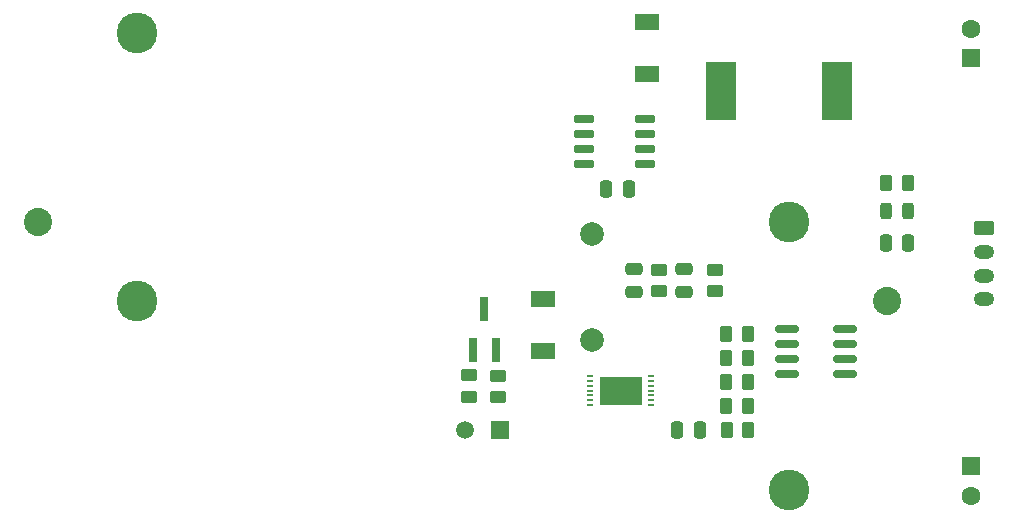
<source format=gbr>
G04 #@! TF.GenerationSoftware,KiCad,Pcbnew,(6.0.0)*
G04 #@! TF.CreationDate,2022-01-14T11:59:59-08:00*
G04 #@! TF.ProjectId,5V Buck Converter,35562042-7563-46b2-9043-6f6e76657274,rev?*
G04 #@! TF.SameCoordinates,Original*
G04 #@! TF.FileFunction,Soldermask,Top*
G04 #@! TF.FilePolarity,Negative*
%FSLAX46Y46*%
G04 Gerber Fmt 4.6, Leading zero omitted, Abs format (unit mm)*
G04 Created by KiCad (PCBNEW (6.0.0)) date 2022-01-14 11:59:59*
%MOMM*%
%LPD*%
G01*
G04 APERTURE LIST*
G04 Aperture macros list*
%AMRoundRect*
0 Rectangle with rounded corners*
0 $1 Rounding radius*
0 $2 $3 $4 $5 $6 $7 $8 $9 X,Y pos of 4 corners*
0 Add a 4 corners polygon primitive as box body*
4,1,4,$2,$3,$4,$5,$6,$7,$8,$9,$2,$3,0*
0 Add four circle primitives for the rounded corners*
1,1,$1+$1,$2,$3*
1,1,$1+$1,$4,$5*
1,1,$1+$1,$6,$7*
1,1,$1+$1,$8,$9*
0 Add four rect primitives between the rounded corners*
20,1,$1+$1,$2,$3,$4,$5,0*
20,1,$1+$1,$4,$5,$6,$7,0*
20,1,$1+$1,$6,$7,$8,$9,0*
20,1,$1+$1,$8,$9,$2,$3,0*%
G04 Aperture macros list end*
%ADD10RoundRect,0.250000X-0.625000X0.350000X-0.625000X-0.350000X0.625000X-0.350000X0.625000X0.350000X0*%
%ADD11O,1.750000X1.200000*%
%ADD12RoundRect,0.250000X0.250000X0.475000X-0.250000X0.475000X-0.250000X-0.475000X0.250000X-0.475000X0*%
%ADD13R,2.100000X1.400000*%
%ADD14RoundRect,0.243750X-0.243750X-0.456250X0.243750X-0.456250X0.243750X0.456250X-0.243750X0.456250X0*%
%ADD15R,2.500000X5.000000*%
%ADD16RoundRect,0.250000X0.262500X0.450000X-0.262500X0.450000X-0.262500X-0.450000X0.262500X-0.450000X0*%
%ADD17RoundRect,0.150000X0.725000X0.150000X-0.725000X0.150000X-0.725000X-0.150000X0.725000X-0.150000X0*%
%ADD18R,1.600000X1.600000*%
%ADD19C,1.600000*%
%ADD20RoundRect,0.150000X-0.825000X-0.150000X0.825000X-0.150000X0.825000X0.150000X-0.825000X0.150000X0*%
%ADD21RoundRect,0.250000X0.475000X-0.250000X0.475000X0.250000X-0.475000X0.250000X-0.475000X-0.250000X0*%
%ADD22RoundRect,0.250000X-0.450000X0.262500X-0.450000X-0.262500X0.450000X-0.262500X0.450000X0.262500X0*%
%ADD23R,1.500000X1.500000*%
%ADD24R,0.650000X2.000000*%
%ADD25R,0.553999X0.204000*%
%ADD26R,3.606800X2.387600*%
%ADD27C,1.500000*%
%ADD28C,2.000000*%
%ADD29RoundRect,0.250000X0.450000X-0.262500X0.450000X0.262500X-0.450000X0.262500X-0.450000X-0.262500X0*%
%ADD30C,3.450000*%
%ADD31C,2.390000*%
G04 APERTURE END LIST*
D10*
X104927400Y-66598800D03*
D11*
X104927400Y-68598800D03*
X104927400Y-70598800D03*
X104927400Y-72598800D03*
D12*
X98549500Y-67868800D03*
X96649500Y-67868800D03*
D13*
X76428600Y-53508000D03*
X76428600Y-49108000D03*
D14*
X96662000Y-65138300D03*
X98537000Y-65138300D03*
D15*
X82704600Y-54965600D03*
X92504600Y-54965600D03*
D16*
X98499300Y-62738000D03*
X96674300Y-62738000D03*
D17*
X76260400Y-61137800D03*
X76260400Y-59867800D03*
X76260400Y-58597800D03*
X76260400Y-57327800D03*
X71110400Y-57327800D03*
X71110400Y-58597800D03*
X71110400Y-59867800D03*
X71110400Y-61137800D03*
D12*
X74889400Y-63296800D03*
X72989400Y-63296800D03*
D18*
X103835200Y-86766400D03*
D19*
X103835200Y-89266400D03*
D18*
X103835200Y-52222400D03*
D19*
X103835200Y-49722400D03*
D12*
X80909200Y-83707000D03*
X79009200Y-83707000D03*
D20*
X88253800Y-75158600D03*
X88253800Y-76428600D03*
X88253800Y-77698600D03*
X88253800Y-78968600D03*
X93203800Y-78968600D03*
X93203800Y-77698600D03*
X93203800Y-76428600D03*
X93203800Y-75158600D03*
D21*
X79603600Y-71968400D03*
X79603600Y-70068400D03*
D16*
X84986500Y-77571600D03*
X83161500Y-77571600D03*
D22*
X63830200Y-79072100D03*
X63830200Y-80897100D03*
D23*
X63957200Y-83642200D03*
D24*
X61711800Y-76894000D03*
X63611800Y-76894000D03*
X62661800Y-73474000D03*
D13*
X67614800Y-76977600D03*
X67614800Y-72577600D03*
D25*
X76769100Y-81540200D03*
X76769100Y-81140201D03*
X76769100Y-80740199D03*
X76769100Y-80340200D03*
X76769100Y-79940201D03*
X76769100Y-79540199D03*
X76769100Y-79140200D03*
X71617700Y-79140200D03*
X71617700Y-79540199D03*
X71617700Y-79940201D03*
X71617700Y-80340200D03*
X71617700Y-80740199D03*
X71617700Y-81140201D03*
X71617700Y-81540200D03*
D26*
X74193400Y-80340200D03*
D27*
X61061600Y-83667600D03*
D22*
X61391800Y-79046700D03*
X61391800Y-80871700D03*
D16*
X84986500Y-79603600D03*
X83161500Y-79603600D03*
D28*
X71780400Y-76051800D03*
X71780400Y-67051800D03*
D16*
X84991500Y-83667600D03*
X83166500Y-83667600D03*
X84986500Y-75539600D03*
X83161500Y-75539600D03*
X84986500Y-81635600D03*
X83161500Y-81635600D03*
D22*
X77470000Y-70105900D03*
X77470000Y-71930900D03*
D29*
X82194400Y-71930900D03*
X82194400Y-70105900D03*
D21*
X75336400Y-71968400D03*
X75336400Y-70068400D03*
D30*
X33233000Y-72772000D03*
D31*
X96763000Y-72772000D03*
D30*
X88433000Y-88772000D03*
X88433000Y-66062000D03*
D31*
X24903000Y-66062000D03*
D30*
X33233000Y-50062000D03*
M02*

</source>
